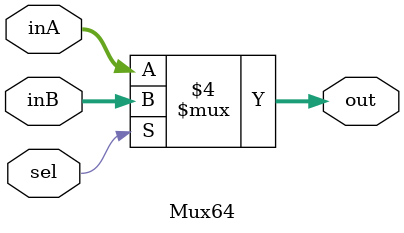
<source format=v>
`timescale 1ns / 1ps


module Mux64(out, inA, inB, sel);

    output reg [63:0] out;
    
    input [63:0] inA;
    input [63:0] inB;
    input sel;

     always @(inA, inB, sel)
     
     begin
         if (sel == 0)
         out = inA;
         else
         out = inB;
     end
   
endmodule

</source>
